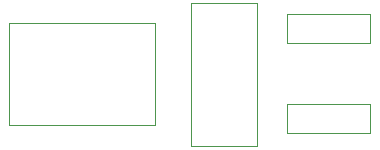
<source format=gbr>
%TF.GenerationSoftware,KiCad,Pcbnew,5.1.6-c6e7f7d~86~ubuntu18.04.1*%
%TF.CreationDate,2020-05-25T18:44:43+02:00*%
%TF.ProjectId,crystal_connector,63727973-7461-46c5-9f63-6f6e6e656374,1.0*%
%TF.SameCoordinates,PX7df6180PY5734380*%
%TF.FileFunction,Other,User*%
%FSLAX46Y46*%
G04 Gerber Fmt 4.6, Leading zero omitted, Abs format (unit mm)*
G04 Created by KiCad (PCBNEW 5.1.6-c6e7f7d~86~ubuntu18.04.1) date 2020-05-25 18:44:43*
%MOMM*%
%LPD*%
G01*
G04 APERTURE LIST*
%ADD10C,0.050000*%
G04 APERTURE END LIST*
D10*
%TO.C,C1*%
X22560000Y5010000D02*
X15460000Y5010000D01*
X22560000Y2610000D02*
X22560000Y5010000D01*
X15460000Y2610000D02*
X22560000Y2610000D01*
X15460000Y5010000D02*
X15460000Y2610000D01*
%TO.C,C2*%
X15460000Y12630000D02*
X15460000Y10230000D01*
X15460000Y10230000D02*
X22560000Y10230000D01*
X22560000Y10230000D02*
X22560000Y12630000D01*
X22560000Y12630000D02*
X15460000Y12630000D01*
%TO.C,J1*%
X-8010000Y3280000D02*
X4340000Y3280000D01*
X-8010000Y11930000D02*
X-8010000Y3280000D01*
X4340000Y11930000D02*
X-8010000Y11930000D01*
X4340000Y3280000D02*
X4340000Y11930000D01*
%TO.C,Y1*%
X7360000Y13580000D02*
X7360000Y1480000D01*
X12960000Y13580000D02*
X7360000Y13580000D01*
X12960000Y1480000D02*
X12960000Y13580000D01*
X7360000Y1480000D02*
X12960000Y1480000D01*
%TD*%
M02*

</source>
